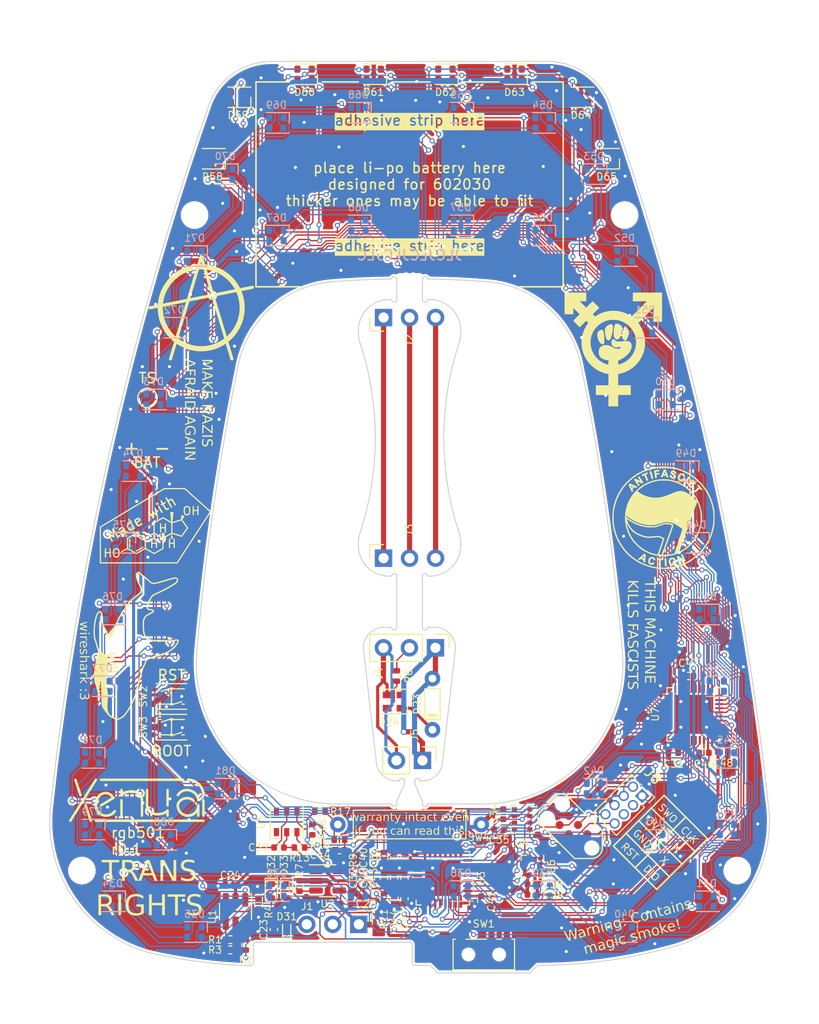
<source format=kicad_pcb>
(kicad_pcb (version 20221018) (generator pcbnew)

  (general
    (thickness 1.6)
  )

  (paper "A4")
  (title_block
    (title "Self contained addressible RGB ring for 3M 501")
    (date "2024-01-08")
    (rev "r0.1")
    (company "xenua")
  )

  (layers
    (0 "F.Cu" signal)
    (31 "B.Cu" signal)
    (32 "B.Adhes" user "B.Adhesive")
    (33 "F.Adhes" user "F.Adhesive")
    (34 "B.Paste" user)
    (35 "F.Paste" user)
    (36 "B.SilkS" user "B.Silkscreen")
    (37 "F.SilkS" user "F.Silkscreen")
    (38 "B.Mask" user)
    (39 "F.Mask" user)
    (40 "Dwgs.User" user "User.Drawings")
    (41 "Cmts.User" user "User.Comments")
    (42 "Eco1.User" user "User.Eco1")
    (43 "Eco2.User" user "User.Eco2")
    (44 "Edge.Cuts" user)
    (45 "Margin" user)
    (46 "B.CrtYd" user "B.Courtyard")
    (47 "F.CrtYd" user "F.Courtyard")
    (48 "B.Fab" user)
    (49 "F.Fab" user)
    (50 "User.1" user)
    (51 "User.2" user)
    (52 "User.3" user)
    (53 "User.4" user)
    (54 "User.5" user)
    (55 "User.6" user)
    (56 "User.7" user)
    (57 "User.8" user)
    (58 "User.9" user)
  )

  (setup
    (pad_to_mask_clearance 0)
    (pcbplotparams
      (layerselection 0x00010fc_ffffffff)
      (plot_on_all_layers_selection 0x0000000_00000000)
      (disableapertmacros false)
      (usegerberextensions false)
      (usegerberattributes true)
      (usegerberadvancedattributes true)
      (creategerberjobfile true)
      (dashed_line_dash_ratio 12.000000)
      (dashed_line_gap_ratio 3.000000)
      (svgprecision 4)
      (plotframeref false)
      (viasonmask false)
      (mode 1)
      (useauxorigin false)
      (hpglpennumber 1)
      (hpglpenspeed 20)
      (hpglpendiameter 15.000000)
      (dxfpolygonmode true)
      (dxfimperialunits true)
      (dxfusepcbnewfont true)
      (psnegative false)
      (psa4output false)
      (plotreference true)
      (plotvalue true)
      (plotinvisibletext false)
      (sketchpadsonfab false)
      (subtractmaskfromsilk false)
      (outputformat 1)
      (mirror false)
      (drillshape 1)
      (scaleselection 1)
      (outputdirectory "")
    )
  )

  (net 0 "")
  (net 1 "+BATT")
  (net 2 "GND")
  (net 3 "VCC")
  (net 4 "Net-(U2-BP)")
  (net 5 "VBUS")
  (net 6 "+3V3")
  (net 7 "Net-(J4-Pin_2)")
  (net 8 "unconnected-(U3-PA4-Pad10)")
  (net 9 "/CS_Pressure")
  (net 10 "/COPI")
  (net 11 "/SCLK")
  (net 12 "/CIPO")
  (net 13 "/CS_Gyro")
  (net 14 "/LED Matrix/R0")
  (net 15 "/LED Matrix/G0")
  (net 16 "/LED Matrix/B0")
  (net 17 "/LED Matrix/R1")
  (net 18 "/LED Matrix/G1")
  (net 19 "/LED Matrix/B1")
  (net 20 "/LED Matrix/R2")
  (net 21 "Net-(D23-K)")
  (net 22 "unconnected-(D24-DOUT-Pad2)")
  (net 23 "Net-(D24-DIN)")
  (net 24 "/LED Matrix/G2")
  (net 25 "/LED Matrix/B2")
  (net 26 "/LED Matrix/SW0")
  (net 27 "/LED Matrix/SW1")
  (net 28 "/LED Matrix/SW2")
  (net 29 "/LED Matrix/SW3")
  (net 30 "/CHARGE_LED")
  (net 31 "/LDO_EN")
  (net 32 "Net-(U1-ISET)")
  (net 33 "Net-(U1-TS)")
  (net 34 "/LED Matrix/SW4")
  (net 35 "unconnected-(U3-PC14-Pad2)")
  (net 36 "unconnected-(U3-PC15-Pad3)")
  (net 37 "Net-(D23-A)")
  (net 38 "Net-(D24-VSS)")
  (net 39 "unconnected-(U3-PA7-Pad13)")
  (net 40 "/SCL")
  (net 41 "/SDA")
  (net 42 "unconnected-(U3-PA6-Pad12)")
  (net 43 "/LED Matrix/SW5")
  (net 44 "/LED Matrix/SW6")
  (net 45 "/Controller/~{RST}")
  (net 46 "/Controller/BOOT0")
  (net 47 "/Controller/SWDIO")
  (net 48 "/Controller/SWCLK")
  (net 49 "/Controller/SWO")
  (net 50 "/LED Matrix/SW7")
  (net 51 "unconnected-(U7A-NC-Pad19)")
  (net 52 "/Controller/REED_SW")
  (net 53 "Net-(J2-Pin_1)")
  (net 54 "Net-(J2-Pin_2)")
  (net 55 "Net-(J2-Pin_3)")
  (net 56 "unconnected-(U7A-NC-Pad20)")
  (net 57 "unconnected-(U7A-NC-Pad21)")
  (net 58 "unconnected-(U5-NC-Pad1)")
  (net 59 "unconnected-(U5-NC-Pad6)")
  (net 60 "Net-(R17-Pad2)")
  (net 61 "/LED Matrix/R3")
  (net 62 "/LED Matrix/G3")
  (net 63 "/LED Matrix/B3")
  (net 64 "/LED Matrix/R4")
  (net 65 "/LED Matrix/G4")
  (net 66 "/LED Matrix/B4")
  (net 67 "/LED Matrix/R5")
  (net 68 "/LED Matrix/G5")
  (net 69 "/LED Matrix/B5")
  (net 70 "Net-(U7A-VCAP)")
  (net 71 "/Controller/CS_LEDs")
  (net 72 "/Controller/LED_VIO_EN")
  (net 73 "/Controller/LED_VSYNC")
  (net 74 "unconnected-(SW1-C-Pad3)")
  (net 75 "unconnected-(J8-KEY-Pad3)")
  (net 76 "unconnected-(J8-KEY-Pad5)")
  (net 77 "/VBAT_SENSE")
  (net 78 "/VBUS_DET")
  (net 79 "/~{CHG}")
  (net 80 "/INT2")
  (net 81 "/INT1")

  (footprint "TestPoint:TestPoint_Pad_D1.5mm" (layer "F.Cu") (at 74.4 93.85))

  (footprint "xenua:Conn_Magnet_3p" (layer "F.Cu") (at 100 86 90))

  (footprint "Resistor_SMD:R_0402_1005Metric" (layer "F.Cu") (at 97.5 142.75 90))

  (footprint "MountingHole:MountingHole_2.2mm_M2" (layer "F.Cu") (at 132 140))

  (footprint "Connector_PinHeader_2.54mm:PinHeader_1x03_P2.54mm_Vertical" (layer "F.Cu") (at 102.525 118.25 -90))

  (footprint "Capacitor_SMD:C_0402_1005Metric" (layer "F.Cu") (at 93.15 138 180))

  (footprint "Capacitor_SMD:C_0402_1005Metric" (layer "F.Cu") (at 93.75 143.25))

  (footprint "Connector_PinHeader_2.54mm:PinHeader_1x02_P2.54mm_Vertical" (layer "F.Cu") (at 101.26 129.25 -90))

  (footprint "Capacitor_SMD:C_0402_1005Metric" (layer "F.Cu") (at 109.15 134.5 -90))

  (footprint "Capacitor_SMD:C_0402_1005Metric" (layer "F.Cu") (at 128.75 128.5 180))

  (footprint "xenua:sig-medium" (layer "F.Cu") (at 66.865002 135.134999))

  (footprint "xenua:LED_RGB_1616" (layer "F.Cu") (at 119.25 70.5 180))

  (footprint "Resistor_SMD:R_0402_1005Metric" (layer "F.Cu") (at 97.5 138.75 -90))

  (footprint "Package_TO_SOT_SMD:SOT-23-6" (layer "F.Cu") (at 83 144 -90))

  (footprint "Diode_SMD:D_SOD-523" (layer "F.Cu") (at 86.5 142 -90))

  (footprint "xenua:SW_MSK12C02-HB" (layer "F.Cu") (at 107.25 148.2))

  (footprint "Capacitor_SMD:C_0402_1005Metric" (layer "F.Cu") (at 108.75 136 180))

  (footprint "xenua:Conn_Magnet_3p" (layer "F.Cu") (at 92.5 145.25 -90))

  (footprint "xenua:SW_Push_Alps_SKTCABE010" (layer "F.Cu") (at 76.75 126))

  (footprint "Resistor_SMD:R_0402_1005Metric" (layer "F.Cu") (at 84 147.25 -90))

  (footprint "MountingHole:MountingHole_2.2mm_M2" (layer "F.Cu") (at 68 140))

  (footprint "Capacitor_SMD:C_0402_1005Metric" (layer "F.Cu") (at 82.5 141.45 180))

  (footprint "xenua:AHT20" (layer "F.Cu") (at 88 135.25 90))

  (footprint "Resistor_SMD:R_0402_1005Metric" (layer "F.Cu") (at 85.25 143.25 -90))

  (footprint "xenua:1N4148" (layer "F.Cu") (at 102.235 123.75 90))

  (footprint "xenua:amogus" (layer "F.Cu") (at 80.325 137.4))

  (footprint "Capacitor_SMD:C_0402_1005Metric" (layer "F.Cu") (at 98.5 140.75 90))

  (footprint "xenua:MadeWithEstrogen" (layer "F.Cu") (at 75.05 107.05))

  (footprint "xenua:SW_Push_Alps_SKTCABE010" (layer "F.Cu") (at 76.75 123))

  (footprint "xenua:MouseBite_NoJaggies_S" (layer "F.Cu") (at 100 111.25 180))

  (footprint "xenua:LED_RGB_1616" (layer "F.Cu") (at 80.75 70.5 180))

  (footprint "MountingHole:MountingHole_2.2mm_M2" (layer "F.Cu") (at 79 76))

  (footprint "xenua:LGA-8_2x2.5mm_P0.65" (layer "F.Cu") (at 111 135 -90))

  (footprint "Package_LGA:LGA-12_2x2mm_P0.5mm" (layer "F.Cu")
    (tstamp 75bc8e3f-6fa8-4502-8ab6-a157480c917a)
    (at 112 139.6 -90)
    (descr "LGA12")
    (tags "lga land grid array")
    (property "Sheetfile" "rgb501.kicad_sch")
    (property "Sheetname" "")
    (path "/b59ece3c-cacf-4af9-8c4f-ff209b07af21")
    (attr smd)
    (fp_text reference "U6" (at 0 -1.85 90) (layer "F.SilkS")
        (effects (font (size 0.7 0.7) (thickness 0.1)))
      (tstamp 488024f7-12f1-4871-ac1a-b70c4f120d49)
    )
    (fp_text value "LIS2DH12" (at 0 1.6 90) (layer "F.Fab")
        (effects (font (size 1 1) (thickness 0.15)))
      (tstamp 7d1a2b64-6066-4566-82d1-1b805b9f7dad)
    )
    (fp_text user "${REFERENCE}" (at 0 0 90) (layer "F.Fab")
        (effects (font (size 0.5 0.5) (thickness 0.075)))
      (tstamp 08a4f619-b09f-420e-91b3-b28eec42a82b)
    )
    (fp_line (start -1.1 -1.1) (end -1.1 -1.1)
      (stroke (width 0.12) (type solid)) (layer "F.SilkS") (tstamp 567f2766-bcd2-4e69-893f-76b61b49f017))
    (fp_line (start -1.1 0.6) (end -1.1 0.6)
      (stroke (width 0.12) (type solid)) (layer "F.SilkS") (tstamp c4f6f5db-73ba-4de5-977e-9bd195aa1c31))
    (fp_line (start -1.1 1.1) (end -1.1 0.6)
      (stroke (width 0.12) (type solid)) (layer "F.SilkS") (tstamp 0d182a19-753a-42c9-964d-12042082c772))
    (fp_line (start -0.6 -1.1) (end -1.1 -1.1)
      (stroke (width 0.12) (type solid)) (layer "F.SilkS") (tstamp 69e43f27-3d6e-4c7f-8348-812fd4508b73))
    (fp_line (start -0.6 1.1) (end -1.1 1.1)
      (stroke (width 0.12) (type solid)) (layer "F.SilkS") (tstamp d446db49-2ee6-48e5-aa96-4a15c3c34e5c))
    (fp_line (start 0.6 -1.1) (end 1.1 -1.1)
      (stroke (width 0.12) (type solid)) (layer "F.SilkS") (tstamp 4e16ba93-c4ca-4d7f-bb89-d09cb2bd4f72))
    (fp_line (start 0.6 1.1) (end 0.6 1.1)
      (stroke (width 0.12) (type solid)) (layer "F.SilkS") (tstamp d6930789-0711-439d-a432-98a0382cb93f))
    (fp_line (start 1.1 -1.1) (end 1.1 -0.6)
      (stroke (width 0.12) (type solid)) (layer "F.SilkS") (tstamp 536c162e-f01a-45f4-96be-e5064cc037f3))
    (fp_line (start 1.1 -0.6) (end 1.1 -0.6)
      (stroke (width 0.12) (type solid)) (layer "F.SilkS") (tstamp 3aa70ba9-31ac-4274-aac3-4cdbb6e611c3))
    (fp_line (start 1.1 0.6) (end 1.1 1.1)
      (stroke (width 0.12) (type solid)) (layer "F.SilkS") (tstamp e3c3bf29-1014-4753-bfda-dd9a74005f3d))
    (fp_line (start 1.1 1.1) (end 0.6 1.1)
      (stroke (width 0.12) (type solid)) (layer "F.SilkS") (tstamp 641991da-d47e-4d08-8bfe-7612c00d3d77))
    (fp_line (start -1.25 -1.25) (end 1.25 -1.25)
      (stroke (width 0.05) (type solid)) (layer "F.CrtYd") (tstamp 0ee2812f-fe68-4067-81bd-bcb6f22ff8d9))
    (fp_line (start -1.25 1.25) (end -1.25 -1.25)
      (stroke (width 0.05) (type solid)) (layer "F.CrtYd") (tstamp 2d0f1e29-658a-4a74-8bee-05f946bb6d73))
    (fp_line (start 1.25 -1.25) (end 1.25 1.25)
      (stroke (width 0.05) (type solid)) (layer "F.CrtYd") (tstamp 2191dd6b-8dc6-43e8-a4ed-76f436e29c80))
    (fp_line (start 1.25 1.25) (end -1.25 1.25)
      (stroke (width 0.05) (type solid)) (layer "F.CrtYd") (tstamp 10af12d9-a1d2-458a-bc2a-64930f480566))
    (fp_line (start -1 -0.5) (end -0.5 -1)
      (stroke (width 0.1) (type solid)) (layer "F.Fab") (tstamp 93447c8d-0b38-47d4-9182-bd7a82bd83f7))
    (fp_line (start -1 1) (end -1 -0.5)
      (stroke (width 0.1) (type solid)) (layer "F.Fab") (tstamp 642209ab-01aa-4373-8349-1fd7451e4baf))
    (fp_line (start -0.5 -1) (end 1 -1)
      (stroke (width 0.1) (type solid)) (layer "F.Fab") (tstamp 138300fb-9cc5-4713-8b14-2744f1ca0217))
    (fp_line (start 1 -1) (end 1 1)
      (stroke (width 0.1) (type solid)) (layer "F.Fab") (tstamp 25bd53a3-cd2b-4f10-b60e-fc4a1f71b645))
    (fp_line (start 1 1) (end -1 1)
      (stroke (width 0.1) (type solid)) (layer "F.Fab") (tstamp 8f6ad2d3-e2d2-44b5-a147-7a9f7ec1bfb5))
    (pad "1" smd rect (at -0.7625 -0.75 270) (size 0.375 0.35) (layers "F.Cu" "F.Paste" "F.Mask")
      (net 11 "/SCLK") (pinfunction "SCL/SPC") (pintype "input") (tstamp 5f3993da-a448-4976-823b-9f9295c55d91))
    (pad "2" smd rect (at -0.7625 -0.25 270) (size 0.375 0.35) (layers "F.Cu" "F.Paste" "F.Mask")
      (net 13 "/CS_Gyro") (pinfunction "CS") (pintype "input") (tstamp 705ce13f-82dd-4297-a1ac-8b5e39d57841))
    (pad "3" smd rect (at -0.7625 0.25 270) (size 0.375 0.35) (layers "F.Cu" "F.Paste" "F.Mask")
      (net 12 "/CIPO") (pinfunction "SDO/SA0") (pintype "bidirectional") (tstamp 543ee023-55aa-4023-ad52-ab8413e29b01))
    (pad "4" smd rect (at -0.7625 0.75 270) (size 0.375 0.35) (layers "F.Cu" "F.Paste" "F.Mask")
      (net 10 "/COPI") (pinfunction "SDA/SDI/SDO") (pintype "bidirectional") (tstamp cbf07228-5200-4e7a-a302-594c17e8629c))
    (pad "5" smd rect (at -0.25 0.7625) (size 0.375 0.35) (layers "F.Cu" "F.Paste" "F.Mask")
      (net 2 "GND") (pinfunction "RES") (pintype "bidirectional") (tstamp 5870a941-c064-491e-b4f2-8062e4c0bcfa))
    (pad "6" smd rect (at 0.25 0.7625) (size 0.375 0.35) (layers "F.Cu" "F.Paste" "F.Mask")
      (net 2 "GND") (pinfunction "GND") (pintype "power_in") (tstamp c3cc41c1-bbcb-452e-b486-4db72e2202b1))
    (pad "7" smd rect (at 0.7625 0.75 270) (size 0.375 0.35) (layers "F.Cu" "F.Paste" "F.Mask")
      (net 2 "GND") (pinfunction "GND") (pintype "power_in") (tstamp a3a3a8fa-c043-475f-b441-34e8d47f7671))
    (pad "8" smd rect (at 0.7625 0.25 270) (size 0.375 0.35) (layers "F.Cu" "F.Paste" "F.Mask")
      (net 2 "GND") (pinfunction "GND") (pintype "power_in") (tstamp 33f8e55a-735a-40e2-9a4d-839d77f3639d))
    (pad "9" smd rect (at 0.7625 -0.25 270) (size 0.375 0.35) (layers "F.Cu" "F.Paste" "F.Mask")
      (net 6 "+3V3") (pinfunction "VDD") (pintype "power_in") (tstamp 15df3acb-4113-4244-b3f1-1c880db550e4))

... [2514643 chars truncated]
</source>
